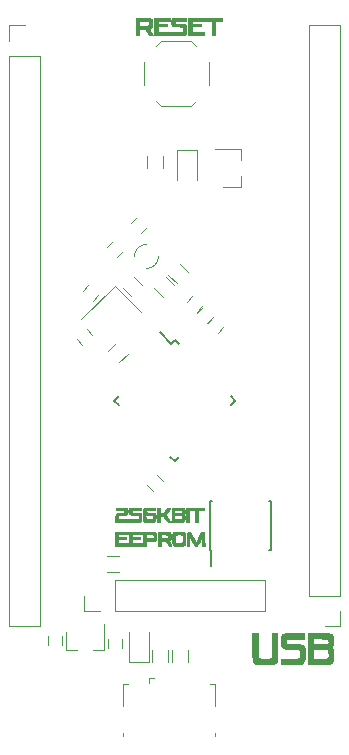
<source format=gbr>
G04 #@! TF.GenerationSoftware,KiCad,Pcbnew,(5.0.0)*
G04 #@! TF.CreationDate,2018-12-13T18:38:50+00:00*
G04 #@! TF.ProjectId,mogo,6D6F676F2E6B696361645F7063620000,rev?*
G04 #@! TF.SameCoordinates,Original*
G04 #@! TF.FileFunction,Legend,Top*
G04 #@! TF.FilePolarity,Positive*
%FSLAX46Y46*%
G04 Gerber Fmt 4.6, Leading zero omitted, Abs format (unit mm)*
G04 Created by KiCad (PCBNEW (5.0.0)) date 12/13/18 18:38:50*
%MOMM*%
%LPD*%
G01*
G04 APERTURE LIST*
%ADD10C,0.120000*%
%ADD11C,0.150000*%
%ADD12C,0.010000*%
G04 APERTURE END LIST*
D10*
G04 #@! TO.C,Y1*
X76186975Y-129968913D02*
X73358548Y-132797340D01*
X78449716Y-132231654D02*
X76186975Y-129968913D01*
D11*
G04 #@! TO.C,U2*
X80961802Y-134891674D02*
X79989530Y-133919402D01*
X86406524Y-139700000D02*
X86035293Y-139328769D01*
X81280000Y-144826524D02*
X80908769Y-144455293D01*
X76153476Y-139700000D02*
X76524707Y-140071231D01*
X81280000Y-134573476D02*
X81651231Y-134944707D01*
X76153476Y-139700000D02*
X76524707Y-139328769D01*
X81280000Y-144826524D02*
X81651231Y-144455293D01*
X86406524Y-139700000D02*
X86035293Y-140071231D01*
X81280000Y-134573476D02*
X80961802Y-134891674D01*
D10*
G04 #@! TO.C,J3*
X95310000Y-107890000D02*
X92650000Y-107890000D01*
X95310000Y-156210000D02*
X95310000Y-107890000D01*
X92650000Y-156210000D02*
X92650000Y-107890000D01*
X95310000Y-156210000D02*
X92650000Y-156210000D01*
X95310000Y-157480000D02*
X95310000Y-158810000D01*
X95310000Y-158810000D02*
X93980000Y-158810000D01*
G04 #@! TO.C,C1*
X74817421Y-130755107D02*
X74322447Y-131250081D01*
X73473919Y-130401553D02*
X73968893Y-129906579D01*
G04 #@! TO.C,C2*
X73814447Y-133671919D02*
X74309421Y-134166893D01*
X73460893Y-135015421D02*
X72965919Y-134520447D01*
G04 #@! TO.C,C3*
X75528249Y-126696223D02*
X76023223Y-126201249D01*
X76871751Y-127049777D02*
X76376777Y-127544751D01*
G04 #@! TO.C,C4*
X77572249Y-124664223D02*
X78067223Y-124169249D01*
X78915751Y-125017777D02*
X78420777Y-125512751D01*
G04 #@! TO.C,C5*
X83625081Y-131726447D02*
X83130107Y-132221421D01*
X82281579Y-131372893D02*
X82776553Y-130877919D01*
G04 #@! TO.C,C6*
X83170579Y-132261893D02*
X83665553Y-131766919D01*
X84514081Y-132615447D02*
X84019107Y-133110421D01*
G04 #@! TO.C,C7*
X75600000Y-160624000D02*
X75600000Y-159924000D01*
X76800000Y-159924000D02*
X76800000Y-160624000D01*
G04 #@! TO.C,C8*
X85403081Y-133504447D02*
X84908107Y-133999421D01*
X84059579Y-133150893D02*
X84554553Y-132655919D01*
G04 #@! TO.C,C9*
X79805777Y-145990919D02*
X80300751Y-146485893D01*
X79452223Y-147334421D02*
X78957249Y-146839447D01*
G04 #@! TO.C,C10*
X70520000Y-160370000D02*
X70520000Y-159670000D01*
X71720000Y-159670000D02*
X71720000Y-160370000D01*
G04 #@! TO.C,D1*
X77382000Y-161858000D02*
X79082000Y-161858000D01*
X79082000Y-161858000D02*
X79082000Y-159308000D01*
X77382000Y-161858000D02*
X77382000Y-159308000D01*
G04 #@! TO.C,D2*
X83146000Y-118471999D02*
X83146000Y-121021999D01*
X81446000Y-118471999D02*
X81446000Y-121021999D01*
X83146000Y-118471999D02*
X81446000Y-118471999D01*
G04 #@! TO.C,J1*
X79080000Y-163170000D02*
X79080000Y-163620000D01*
X79080000Y-163170000D02*
X79530000Y-163170000D01*
X84680000Y-163720000D02*
X84230000Y-163720000D01*
X84680000Y-165570000D02*
X84680000Y-163720000D01*
X76880000Y-168120000D02*
X76880000Y-167870000D01*
X84680000Y-168120000D02*
X84680000Y-167870000D01*
X76880000Y-165570000D02*
X76880000Y-163720000D01*
X76880000Y-163720000D02*
X77330000Y-163720000D01*
G04 #@! TO.C,J4*
X67250000Y-107890000D02*
X68580000Y-107890000D01*
X67250000Y-109220000D02*
X67250000Y-107890000D01*
X67250000Y-110490000D02*
X69910000Y-110490000D01*
X69910000Y-110490000D02*
X69910000Y-158810000D01*
X67250000Y-110490000D02*
X67250000Y-158810000D01*
X67250000Y-158810000D02*
X69910000Y-158810000D01*
G04 #@! TO.C,Q1*
X86866000Y-121595000D02*
X86866000Y-120665000D01*
X86866000Y-118435000D02*
X86866000Y-119365000D01*
X86866000Y-118435000D02*
X84706000Y-118435000D01*
X86866000Y-121595000D02*
X85406000Y-121595000D01*
G04 #@! TO.C,R1*
X77574391Y-130882386D02*
X76867284Y-130175279D01*
X77828949Y-129213614D02*
X78536056Y-129920721D01*
G04 #@! TO.C,R2*
X75619614Y-135508721D02*
X76326721Y-134801614D01*
X77288386Y-135763279D02*
X76581279Y-136470386D01*
G04 #@! TO.C,R3*
X81050000Y-161790000D02*
X81050000Y-160790000D01*
X82410000Y-160790000D02*
X82410000Y-161790000D01*
G04 #@! TO.C,R4*
X80690000Y-160790000D02*
X80690000Y-161790000D01*
X79330000Y-161790000D02*
X79330000Y-160790000D01*
G04 #@! TO.C,R5*
X80518279Y-129235944D02*
X81225386Y-129943051D01*
X80263721Y-130904716D02*
X79556614Y-130197609D01*
G04 #@! TO.C,R6*
X81429051Y-129761716D02*
X80721944Y-129054609D01*
X81683609Y-128092944D02*
X82390716Y-128800051D01*
G04 #@! TO.C,R7*
X75573000Y-152863000D02*
X76573000Y-152863000D01*
X76573000Y-154223000D02*
X75573000Y-154223000D01*
G04 #@! TO.C,R8*
X78949000Y-120019000D02*
X78949000Y-119019000D01*
X80309000Y-119019000D02*
X80309000Y-120019000D01*
D11*
G04 #@! TO.C,U1*
X84343000Y-152316000D02*
X84343000Y-153716000D01*
X89443000Y-152316000D02*
X89443000Y-148166000D01*
X84293000Y-152316000D02*
X84293000Y-148166000D01*
X89443000Y-152316000D02*
X89298000Y-152316000D01*
X89443000Y-148166000D02*
X89298000Y-148166000D01*
X84293000Y-148166000D02*
X84438000Y-148166000D01*
X84293000Y-152316000D02*
X84343000Y-152316000D01*
D10*
G04 #@! TO.C,U3*
X72096000Y-160780000D02*
X72096000Y-159320000D01*
X75256000Y-160780000D02*
X75256000Y-158620000D01*
X75256000Y-160780000D02*
X74326000Y-160780000D01*
X72096000Y-160780000D02*
X73026000Y-160780000D01*
G04 #@! TO.C,Y2*
X79914665Y-127451207D02*
G75*
G02X78853975Y-128510975I-1025335J-34463D01*
G01*
X78923793Y-126460335D02*
G75*
G03X77864025Y-127521025I-34463J-1025335D01*
G01*
G04 #@! TO.C,SW1*
X83107000Y-109714000D02*
X82657000Y-109264000D01*
X79707000Y-109714000D02*
X80157000Y-109264000D01*
X79707000Y-114314000D02*
X80157000Y-114764000D01*
X83107000Y-114314000D02*
X82657000Y-114764000D01*
X78657000Y-113014000D02*
X78657000Y-111014000D01*
X82657000Y-109264000D02*
X80157000Y-109264000D01*
X84157000Y-113014000D02*
X84157000Y-111014000D01*
X82657000Y-114764000D02*
X80157000Y-114764000D01*
G04 #@! TO.C,J2*
X88960000Y-157540000D02*
X88960000Y-154880000D01*
X76200000Y-157540000D02*
X88960000Y-157540000D01*
X76200000Y-154880000D02*
X88960000Y-154880000D01*
X76200000Y-157540000D02*
X76200000Y-154880000D01*
X74930000Y-157540000D02*
X73600000Y-157540000D01*
X73600000Y-157540000D02*
X73600000Y-156210000D01*
D12*
G04 #@! TO.C,G\002A\002A\002A*
G36*
X85263534Y-107543032D02*
X84690602Y-107543032D01*
X84690602Y-108752556D01*
X84568588Y-108752556D01*
X84484475Y-108747471D01*
X84430632Y-108734890D01*
X84425355Y-108731336D01*
X84418609Y-108694181D01*
X84412748Y-108603810D01*
X84408138Y-108470661D01*
X84405146Y-108305176D01*
X84404135Y-108126574D01*
X84404135Y-107543032D01*
X83863033Y-107543032D01*
X83863033Y-107288396D01*
X85263534Y-107288396D01*
X85263534Y-107543032D01*
X85263534Y-107543032D01*
G37*
X85263534Y-107543032D02*
X84690602Y-107543032D01*
X84690602Y-108752556D01*
X84568588Y-108752556D01*
X84484475Y-108747471D01*
X84430632Y-108734890D01*
X84425355Y-108731336D01*
X84418609Y-108694181D01*
X84412748Y-108603810D01*
X84408138Y-108470661D01*
X84405146Y-108305176D01*
X84404135Y-108126574D01*
X84404135Y-107543032D01*
X83863033Y-107543032D01*
X83863033Y-107288396D01*
X85263534Y-107288396D01*
X85263534Y-107543032D01*
G36*
X83735714Y-107543032D02*
X82717168Y-107543032D01*
X82717168Y-107797669D01*
X83544737Y-107797669D01*
X83544737Y-108020476D01*
X82717168Y-108020476D01*
X82717168Y-108466090D01*
X83735714Y-108466090D01*
X83735714Y-108752556D01*
X82430702Y-108752556D01*
X82430702Y-107288396D01*
X83735714Y-107288396D01*
X83735714Y-107543032D01*
X83735714Y-107543032D01*
G37*
X83735714Y-107543032D02*
X82717168Y-107543032D01*
X82717168Y-107797669D01*
X83544737Y-107797669D01*
X83544737Y-108020476D01*
X82717168Y-108020476D01*
X82717168Y-108466090D01*
X83735714Y-108466090D01*
X83735714Y-108752556D01*
X82430702Y-108752556D01*
X82430702Y-107288396D01*
X83735714Y-107288396D01*
X83735714Y-107543032D01*
G36*
X82239724Y-107541374D02*
X81754323Y-107550160D01*
X81268922Y-107558947D01*
X81268922Y-107781754D01*
X81682707Y-107798540D01*
X81842899Y-107806825D01*
X81983284Y-107817400D01*
X82089848Y-107828977D01*
X82148573Y-107840270D01*
X82151902Y-107841621D01*
X82208077Y-107901533D01*
X82247062Y-108014729D01*
X82266934Y-108172690D01*
X82266696Y-108349953D01*
X82256618Y-108483803D01*
X82239675Y-108571689D01*
X82211149Y-108631271D01*
X82182614Y-108664745D01*
X82153837Y-108690462D01*
X82119908Y-108709433D01*
X82071014Y-108722906D01*
X81997341Y-108732128D01*
X81889074Y-108738347D01*
X81736398Y-108742811D01*
X81538670Y-108746608D01*
X80966541Y-108756574D01*
X80966541Y-108467706D01*
X81467857Y-108458941D01*
X81969173Y-108450175D01*
X81978883Y-108280486D01*
X81982056Y-108181112D01*
X81972252Y-108110936D01*
X81940345Y-108064868D01*
X81877206Y-108037818D01*
X81773710Y-108024698D01*
X81620729Y-108020418D01*
X81511704Y-108019988D01*
X81356131Y-108018034D01*
X81222749Y-108013054D01*
X81124984Y-108005782D01*
X81076257Y-107996951D01*
X81074753Y-107996116D01*
X81010921Y-107916409D01*
X80974678Y-107783554D01*
X80966541Y-107654436D01*
X80981436Y-107485561D01*
X81025076Y-107366183D01*
X81074753Y-107312755D01*
X81116640Y-107305160D01*
X81211217Y-107298539D01*
X81347518Y-107293329D01*
X81514574Y-107289966D01*
X81674749Y-107288883D01*
X82239724Y-107288396D01*
X82239724Y-107541374D01*
X82239724Y-107541374D01*
G37*
X82239724Y-107541374D02*
X81754323Y-107550160D01*
X81268922Y-107558947D01*
X81268922Y-107781754D01*
X81682707Y-107798540D01*
X81842899Y-107806825D01*
X81983284Y-107817400D01*
X82089848Y-107828977D01*
X82148573Y-107840270D01*
X82151902Y-107841621D01*
X82208077Y-107901533D01*
X82247062Y-108014729D01*
X82266934Y-108172690D01*
X82266696Y-108349953D01*
X82256618Y-108483803D01*
X82239675Y-108571689D01*
X82211149Y-108631271D01*
X82182614Y-108664745D01*
X82153837Y-108690462D01*
X82119908Y-108709433D01*
X82071014Y-108722906D01*
X81997341Y-108732128D01*
X81889074Y-108738347D01*
X81736398Y-108742811D01*
X81538670Y-108746608D01*
X80966541Y-108756574D01*
X80966541Y-108467706D01*
X81467857Y-108458941D01*
X81969173Y-108450175D01*
X81978883Y-108280486D01*
X81982056Y-108181112D01*
X81972252Y-108110936D01*
X81940345Y-108064868D01*
X81877206Y-108037818D01*
X81773710Y-108024698D01*
X81620729Y-108020418D01*
X81511704Y-108019988D01*
X81356131Y-108018034D01*
X81222749Y-108013054D01*
X81124984Y-108005782D01*
X81076257Y-107996951D01*
X81074753Y-107996116D01*
X81010921Y-107916409D01*
X80974678Y-107783554D01*
X80966541Y-107654436D01*
X80981436Y-107485561D01*
X81025076Y-107366183D01*
X81074753Y-107312755D01*
X81116640Y-107305160D01*
X81211217Y-107298539D01*
X81347518Y-107293329D01*
X81514574Y-107289966D01*
X81674749Y-107288883D01*
X82239724Y-107288396D01*
X82239724Y-107541374D01*
G36*
X80839223Y-107543032D02*
X79820677Y-107543032D01*
X79820677Y-107797669D01*
X80616416Y-107797669D01*
X80616416Y-108020476D01*
X79820677Y-108020476D01*
X79820677Y-108466090D01*
X80839223Y-108466090D01*
X80839223Y-108752556D01*
X79534211Y-108752556D01*
X79534211Y-107288396D01*
X80839223Y-107288396D01*
X80839223Y-107543032D01*
X80839223Y-107543032D01*
G37*
X80839223Y-107543032D02*
X79820677Y-107543032D01*
X79820677Y-107797669D01*
X80616416Y-107797669D01*
X80616416Y-108020476D01*
X79820677Y-108020476D01*
X79820677Y-108466090D01*
X80839223Y-108466090D01*
X80839223Y-108752556D01*
X79534211Y-108752556D01*
X79534211Y-107288396D01*
X80839223Y-107288396D01*
X80839223Y-107543032D01*
G36*
X78824217Y-107288513D02*
X79002288Y-107291886D01*
X79132327Y-107303047D01*
X79222138Y-107326526D01*
X79279529Y-107366856D01*
X79312306Y-107428567D01*
X79328276Y-107516190D01*
X79335245Y-107634258D01*
X79338391Y-107722634D01*
X79349464Y-108022997D01*
X79232031Y-108133751D01*
X79114598Y-108244504D01*
X79260745Y-108478987D01*
X79326568Y-108586703D01*
X79377001Y-108673248D01*
X79404240Y-108725053D01*
X79406892Y-108733013D01*
X79378271Y-108744229D01*
X79305193Y-108751298D01*
X79249912Y-108752556D01*
X79092932Y-108752556D01*
X78939574Y-108482895D01*
X78786216Y-108213235D01*
X78261028Y-108211453D01*
X78261028Y-108752556D01*
X77974561Y-108752556D01*
X77974561Y-107956817D01*
X78261028Y-107956817D01*
X78641104Y-107956817D01*
X78832839Y-107953734D01*
X78962722Y-107944392D01*
X79032266Y-107928651D01*
X79044279Y-107919443D01*
X79063586Y-107853327D01*
X79068007Y-107760100D01*
X79059144Y-107665004D01*
X79038596Y-107593284D01*
X79022285Y-107572549D01*
X78973584Y-107561007D01*
X78876157Y-107551611D01*
X78744928Y-107545434D01*
X78619110Y-107543519D01*
X78261028Y-107543032D01*
X78261028Y-107956817D01*
X77974561Y-107956817D01*
X77974561Y-107288396D01*
X78590305Y-107288396D01*
X78824217Y-107288513D01*
X78824217Y-107288513D01*
G37*
X78824217Y-107288513D02*
X79002288Y-107291886D01*
X79132327Y-107303047D01*
X79222138Y-107326526D01*
X79279529Y-107366856D01*
X79312306Y-107428567D01*
X79328276Y-107516190D01*
X79335245Y-107634258D01*
X79338391Y-107722634D01*
X79349464Y-108022997D01*
X79232031Y-108133751D01*
X79114598Y-108244504D01*
X79260745Y-108478987D01*
X79326568Y-108586703D01*
X79377001Y-108673248D01*
X79404240Y-108725053D01*
X79406892Y-108733013D01*
X79378271Y-108744229D01*
X79305193Y-108751298D01*
X79249912Y-108752556D01*
X79092932Y-108752556D01*
X78939574Y-108482895D01*
X78786216Y-108213235D01*
X78261028Y-108211453D01*
X78261028Y-108752556D01*
X77974561Y-108752556D01*
X77974561Y-107956817D01*
X78261028Y-107956817D01*
X78641104Y-107956817D01*
X78832839Y-107953734D01*
X78962722Y-107944392D01*
X79032266Y-107928651D01*
X79044279Y-107919443D01*
X79063586Y-107853327D01*
X79068007Y-107760100D01*
X79059144Y-107665004D01*
X79038596Y-107593284D01*
X79022285Y-107572549D01*
X78973584Y-107561007D01*
X78876157Y-107551611D01*
X78744928Y-107545434D01*
X78619110Y-107543519D01*
X78261028Y-107543032D01*
X78261028Y-107956817D01*
X77974561Y-107956817D01*
X77974561Y-107288396D01*
X78590305Y-107288396D01*
X78824217Y-107288513D01*
G36*
X83735714Y-148985137D02*
X83255158Y-148985137D01*
X83264672Y-149478542D01*
X83274186Y-149971946D01*
X83035464Y-149971854D01*
X83035464Y-148985137D01*
X82589850Y-148985137D01*
X82589850Y-148762330D01*
X83735714Y-148762330D01*
X83735714Y-148985137D01*
X83735714Y-148985137D01*
G37*
X83735714Y-148985137D02*
X83255158Y-148985137D01*
X83264672Y-149478542D01*
X83274186Y-149971946D01*
X83035464Y-149971854D01*
X83035464Y-148985137D01*
X82589850Y-148985137D01*
X82589850Y-148762330D01*
X83735714Y-148762330D01*
X83735714Y-148985137D01*
G36*
X82494361Y-149971854D02*
X82271554Y-149971854D01*
X82271554Y-148762330D01*
X82494361Y-148762330D01*
X82494361Y-149971854D01*
X82494361Y-149971854D01*
G37*
X82494361Y-149971854D02*
X82271554Y-149971854D01*
X82271554Y-148762330D01*
X82494361Y-148762330D01*
X82494361Y-149971854D01*
G36*
X81708963Y-148762756D02*
X81842848Y-148764933D01*
X81933744Y-148770212D01*
X81991986Y-148779945D01*
X82027908Y-148795483D01*
X82051844Y-148818177D01*
X82062857Y-148833072D01*
X82090039Y-148900925D01*
X82106877Y-148998428D01*
X82112460Y-149103770D01*
X82105879Y-149195144D01*
X82086224Y-149250740D01*
X82080490Y-149255742D01*
X82065890Y-149298015D01*
X82080490Y-149335102D01*
X82096581Y-149396046D01*
X82108049Y-149498416D01*
X82112406Y-149619636D01*
X82110268Y-149741904D01*
X82098239Y-149832006D01*
X82067895Y-149894849D01*
X82010811Y-149935338D01*
X81918563Y-149958379D01*
X81782728Y-149968880D01*
X81594880Y-149971746D01*
X81507644Y-149971854D01*
X81030201Y-149971854D01*
X81030201Y-149751352D01*
X81253008Y-149751352D01*
X81873684Y-149733132D01*
X81883585Y-149577064D01*
X81881293Y-149458552D01*
X81855989Y-149397674D01*
X81851755Y-149394531D01*
X81802462Y-149382493D01*
X81706945Y-149373195D01*
X81582626Y-149368105D01*
X81531516Y-149367580D01*
X81253008Y-149367092D01*
X81253008Y-149751352D01*
X81030201Y-149751352D01*
X81030201Y-148985137D01*
X81253008Y-148985137D01*
X81253008Y-149176115D01*
X81889599Y-149176115D01*
X81889599Y-148985137D01*
X81253008Y-148985137D01*
X81030201Y-148985137D01*
X81030201Y-148762330D01*
X81521754Y-148762330D01*
X81708963Y-148762756D01*
X81708963Y-148762756D01*
G37*
X81708963Y-148762756D02*
X81842848Y-148764933D01*
X81933744Y-148770212D01*
X81991986Y-148779945D01*
X82027908Y-148795483D01*
X82051844Y-148818177D01*
X82062857Y-148833072D01*
X82090039Y-148900925D01*
X82106877Y-148998428D01*
X82112460Y-149103770D01*
X82105879Y-149195144D01*
X82086224Y-149250740D01*
X82080490Y-149255742D01*
X82065890Y-149298015D01*
X82080490Y-149335102D01*
X82096581Y-149396046D01*
X82108049Y-149498416D01*
X82112406Y-149619636D01*
X82110268Y-149741904D01*
X82098239Y-149832006D01*
X82067895Y-149894849D01*
X82010811Y-149935338D01*
X81918563Y-149958379D01*
X81782728Y-149968880D01*
X81594880Y-149971746D01*
X81507644Y-149971854D01*
X81030201Y-149971854D01*
X81030201Y-149751352D01*
X81253008Y-149751352D01*
X81873684Y-149733132D01*
X81883585Y-149577064D01*
X81881293Y-149458552D01*
X81855989Y-149397674D01*
X81851755Y-149394531D01*
X81802462Y-149382493D01*
X81706945Y-149373195D01*
X81582626Y-149368105D01*
X81531516Y-149367580D01*
X81253008Y-149367092D01*
X81253008Y-149751352D01*
X81030201Y-149751352D01*
X81030201Y-148985137D01*
X81253008Y-148985137D01*
X81253008Y-149176115D01*
X81889599Y-149176115D01*
X81889599Y-148985137D01*
X81253008Y-148985137D01*
X81030201Y-148985137D01*
X81030201Y-148762330D01*
X81521754Y-148762330D01*
X81708963Y-148762756D01*
G36*
X80011654Y-149239774D02*
X80153741Y-149239774D01*
X80221471Y-149237649D01*
X80272871Y-149224919D01*
X80320982Y-149192049D01*
X80378845Y-149129503D01*
X80459502Y-149027746D01*
X80479994Y-149001231D01*
X80568283Y-148889297D01*
X80631295Y-148819114D01*
X80681306Y-148781026D01*
X80730590Y-148765380D01*
X80783521Y-148762509D01*
X80871669Y-148771779D01*
X80900423Y-148801329D01*
X80871391Y-148853234D01*
X80861735Y-148863503D01*
X80816559Y-148917036D01*
X80753568Y-149000615D01*
X80682912Y-149099562D01*
X80614739Y-149199199D01*
X80559197Y-149284846D01*
X80526435Y-149341827D01*
X80521769Y-149355220D01*
X80540335Y-149390553D01*
X80589890Y-149464426D01*
X80662328Y-149565143D01*
X80728544Y-149653558D01*
X80812914Y-149766495D01*
X80880579Y-149861056D01*
X80923489Y-149925737D01*
X80934594Y-149947982D01*
X80906407Y-149962896D01*
X80835802Y-149971225D01*
X80806610Y-149971854D01*
X80747677Y-149969448D01*
X80700934Y-149956059D01*
X80655266Y-149922428D01*
X80599558Y-149859300D01*
X80522696Y-149757415D01*
X80481768Y-149701303D01*
X80393185Y-149580797D01*
X80330457Y-149502733D01*
X80282232Y-149457901D01*
X80237156Y-149437087D01*
X80183879Y-149431081D01*
X80148341Y-149430751D01*
X80011654Y-149430751D01*
X80011654Y-149971854D01*
X79788847Y-149971854D01*
X79788847Y-148762330D01*
X80011654Y-148762330D01*
X80011654Y-149239774D01*
X80011654Y-149239774D01*
G37*
X80011654Y-149239774D02*
X80153741Y-149239774D01*
X80221471Y-149237649D01*
X80272871Y-149224919D01*
X80320982Y-149192049D01*
X80378845Y-149129503D01*
X80459502Y-149027746D01*
X80479994Y-149001231D01*
X80568283Y-148889297D01*
X80631295Y-148819114D01*
X80681306Y-148781026D01*
X80730590Y-148765380D01*
X80783521Y-148762509D01*
X80871669Y-148771779D01*
X80900423Y-148801329D01*
X80871391Y-148853234D01*
X80861735Y-148863503D01*
X80816559Y-148917036D01*
X80753568Y-149000615D01*
X80682912Y-149099562D01*
X80614739Y-149199199D01*
X80559197Y-149284846D01*
X80526435Y-149341827D01*
X80521769Y-149355220D01*
X80540335Y-149390553D01*
X80589890Y-149464426D01*
X80662328Y-149565143D01*
X80728544Y-149653558D01*
X80812914Y-149766495D01*
X80880579Y-149861056D01*
X80923489Y-149925737D01*
X80934594Y-149947982D01*
X80906407Y-149962896D01*
X80835802Y-149971225D01*
X80806610Y-149971854D01*
X80747677Y-149969448D01*
X80700934Y-149956059D01*
X80655266Y-149922428D01*
X80599558Y-149859300D01*
X80522696Y-149757415D01*
X80481768Y-149701303D01*
X80393185Y-149580797D01*
X80330457Y-149502733D01*
X80282232Y-149457901D01*
X80237156Y-149437087D01*
X80183879Y-149431081D01*
X80148341Y-149430751D01*
X80011654Y-149430751D01*
X80011654Y-149971854D01*
X79788847Y-149971854D01*
X79788847Y-148762330D01*
X80011654Y-148762330D01*
X80011654Y-149239774D01*
G36*
X79566040Y-148985137D02*
X79203405Y-148985137D01*
X79042123Y-148986517D01*
X78933755Y-148991595D01*
X78867598Y-149001782D01*
X78832949Y-149018491D01*
X78821451Y-149035485D01*
X78802398Y-149094362D01*
X78804715Y-149134025D01*
X78837323Y-149158252D01*
X78909148Y-149170819D01*
X79029110Y-149175503D01*
X79153703Y-149176115D01*
X79308768Y-149176944D01*
X79413996Y-149181164D01*
X79483202Y-149191373D01*
X79530204Y-149210168D01*
X79568818Y-149240148D01*
X79586688Y-149257529D01*
X79627656Y-149303493D01*
X79650923Y-149351140D01*
X79660274Y-149418334D01*
X79659489Y-149522942D01*
X79656770Y-149588495D01*
X79647835Y-149730797D01*
X79629717Y-149832677D01*
X79593000Y-149900879D01*
X79528264Y-149942150D01*
X79426094Y-149963236D01*
X79277072Y-149970881D01*
X79121577Y-149971854D01*
X78932900Y-149969575D01*
X78798898Y-149962164D01*
X78710730Y-149948764D01*
X78659556Y-149928516D01*
X78657024Y-149926742D01*
X78633259Y-149904000D01*
X78616034Y-149869149D01*
X78603994Y-149812048D01*
X78595786Y-149722554D01*
X78590054Y-149590525D01*
X78585446Y-149405820D01*
X78585072Y-149387848D01*
X78584659Y-149367092D01*
X78802130Y-149367092D01*
X78802130Y-149507722D01*
X78804473Y-149617245D01*
X78819247Y-149687315D01*
X78858071Y-149726741D01*
X78932564Y-149744331D01*
X79054344Y-149748895D01*
X79120426Y-149749047D01*
X79260665Y-149746871D01*
X79349307Y-149739002D01*
X79398305Y-149723426D01*
X79419402Y-149698700D01*
X79432921Y-149632528D01*
X79438718Y-149542784D01*
X79438722Y-149540672D01*
X79429013Y-149465788D01*
X79393467Y-149415395D01*
X79322450Y-149385090D01*
X79206330Y-149370473D01*
X79058860Y-149367092D01*
X78802130Y-149367092D01*
X78584659Y-149367092D01*
X78580803Y-149173715D01*
X78582923Y-149014964D01*
X78598723Y-148903325D01*
X78635490Y-148830527D01*
X78700515Y-148788299D01*
X78801086Y-148768371D01*
X78944491Y-148762471D01*
X79136341Y-148762330D01*
X79566040Y-148762330D01*
X79566040Y-148985137D01*
X79566040Y-148985137D01*
G37*
X79566040Y-148985137D02*
X79203405Y-148985137D01*
X79042123Y-148986517D01*
X78933755Y-148991595D01*
X78867598Y-149001782D01*
X78832949Y-149018491D01*
X78821451Y-149035485D01*
X78802398Y-149094362D01*
X78804715Y-149134025D01*
X78837323Y-149158252D01*
X78909148Y-149170819D01*
X79029110Y-149175503D01*
X79153703Y-149176115D01*
X79308768Y-149176944D01*
X79413996Y-149181164D01*
X79483202Y-149191373D01*
X79530204Y-149210168D01*
X79568818Y-149240148D01*
X79586688Y-149257529D01*
X79627656Y-149303493D01*
X79650923Y-149351140D01*
X79660274Y-149418334D01*
X79659489Y-149522942D01*
X79656770Y-149588495D01*
X79647835Y-149730797D01*
X79629717Y-149832677D01*
X79593000Y-149900879D01*
X79528264Y-149942150D01*
X79426094Y-149963236D01*
X79277072Y-149970881D01*
X79121577Y-149971854D01*
X78932900Y-149969575D01*
X78798898Y-149962164D01*
X78710730Y-149948764D01*
X78659556Y-149928516D01*
X78657024Y-149926742D01*
X78633259Y-149904000D01*
X78616034Y-149869149D01*
X78603994Y-149812048D01*
X78595786Y-149722554D01*
X78590054Y-149590525D01*
X78585446Y-149405820D01*
X78585072Y-149387848D01*
X78584659Y-149367092D01*
X78802130Y-149367092D01*
X78802130Y-149507722D01*
X78804473Y-149617245D01*
X78819247Y-149687315D01*
X78858071Y-149726741D01*
X78932564Y-149744331D01*
X79054344Y-149748895D01*
X79120426Y-149749047D01*
X79260665Y-149746871D01*
X79349307Y-149739002D01*
X79398305Y-149723426D01*
X79419402Y-149698700D01*
X79432921Y-149632528D01*
X79438718Y-149542784D01*
X79438722Y-149540672D01*
X79429013Y-149465788D01*
X79393467Y-149415395D01*
X79322450Y-149385090D01*
X79206330Y-149370473D01*
X79058860Y-149367092D01*
X78802130Y-149367092D01*
X78584659Y-149367092D01*
X78580803Y-149173715D01*
X78582923Y-149014964D01*
X78598723Y-148903325D01*
X78635490Y-148830527D01*
X78700515Y-148788299D01*
X78801086Y-148768371D01*
X78944491Y-148762471D01*
X79136341Y-148762330D01*
X79566040Y-148762330D01*
X79566040Y-148985137D01*
G36*
X78452005Y-148985137D02*
X77624436Y-148985137D01*
X77624436Y-149176115D01*
X78452005Y-149176115D01*
X78452005Y-149495857D01*
X78450866Y-149643516D01*
X78445522Y-149742257D01*
X78433080Y-149806811D01*
X78410647Y-149851905D01*
X78375332Y-149892270D01*
X78373878Y-149893727D01*
X78340161Y-149924659D01*
X78303752Y-149946123D01*
X78253046Y-149959846D01*
X78176435Y-149967555D01*
X78062312Y-149970976D01*
X77899069Y-149971837D01*
X77848690Y-149971854D01*
X77401629Y-149971854D01*
X77401629Y-149749047D01*
X77777218Y-149749047D01*
X77974673Y-149745479D01*
X78109764Y-149734798D01*
X78182095Y-149717042D01*
X78191003Y-149710852D01*
X78213706Y-149658027D01*
X78227387Y-149568074D01*
X78229198Y-149519874D01*
X78229198Y-149367092D01*
X77864963Y-149367092D01*
X77684726Y-149364744D01*
X77558513Y-149352545D01*
X77476720Y-149322764D01*
X77429749Y-149267668D01*
X77407997Y-149179526D01*
X77401863Y-149050606D01*
X77401629Y-148993970D01*
X77401629Y-148762330D01*
X78452005Y-148762330D01*
X78452005Y-148985137D01*
X78452005Y-148985137D01*
G37*
X78452005Y-148985137D02*
X77624436Y-148985137D01*
X77624436Y-149176115D01*
X78452005Y-149176115D01*
X78452005Y-149495857D01*
X78450866Y-149643516D01*
X78445522Y-149742257D01*
X78433080Y-149806811D01*
X78410647Y-149851905D01*
X78375332Y-149892270D01*
X78373878Y-149893727D01*
X78340161Y-149924659D01*
X78303752Y-149946123D01*
X78253046Y-149959846D01*
X78176435Y-149967555D01*
X78062312Y-149970976D01*
X77899069Y-149971837D01*
X77848690Y-149971854D01*
X77401629Y-149971854D01*
X77401629Y-149749047D01*
X77777218Y-149749047D01*
X77974673Y-149745479D01*
X78109764Y-149734798D01*
X78182095Y-149717042D01*
X78191003Y-149710852D01*
X78213706Y-149658027D01*
X78227387Y-149568074D01*
X78229198Y-149519874D01*
X78229198Y-149367092D01*
X77864963Y-149367092D01*
X77684726Y-149364744D01*
X77558513Y-149352545D01*
X77476720Y-149322764D01*
X77429749Y-149267668D01*
X77407997Y-149179526D01*
X77401863Y-149050606D01*
X77401629Y-148993970D01*
X77401629Y-148762330D01*
X78452005Y-148762330D01*
X78452005Y-148985137D01*
G36*
X76916917Y-148763680D02*
X77049274Y-148768390D01*
X77137994Y-148777449D01*
X77193066Y-148791847D01*
X77223043Y-148811098D01*
X77271584Y-148894991D01*
X77296732Y-149011350D01*
X77298381Y-149137799D01*
X77276426Y-149251964D01*
X77230761Y-149331470D01*
X77225523Y-149336129D01*
X77162665Y-149357948D01*
X77043053Y-149369117D01*
X76910490Y-149369943D01*
X76775389Y-149369883D01*
X76655864Y-149374433D01*
X76573209Y-149382662D01*
X76560566Y-149385244D01*
X76512952Y-149402909D01*
X76488490Y-149436775D01*
X76479596Y-149504616D01*
X76478572Y-149577435D01*
X76478572Y-149749047D01*
X77306140Y-149749047D01*
X77306140Y-149971854D01*
X76255765Y-149971854D01*
X76256777Y-149645601D01*
X76258990Y-149468313D01*
X76270755Y-149344619D01*
X76301687Y-149264452D01*
X76361401Y-149217749D01*
X76459516Y-149194444D01*
X76605645Y-149184470D01*
X76700338Y-149181318D01*
X76860174Y-149174587D01*
X76966649Y-149165015D01*
X77030055Y-149150921D01*
X77060680Y-149130620D01*
X77065619Y-149121582D01*
X77074890Y-149067783D01*
X77050255Y-149029529D01*
X76984798Y-149004551D01*
X76871604Y-148990580D01*
X76703755Y-148985347D01*
X76649737Y-148985137D01*
X76287594Y-148985137D01*
X76287594Y-148762330D01*
X76730935Y-148762330D01*
X76916917Y-148763680D01*
X76916917Y-148763680D01*
G37*
X76916917Y-148763680D02*
X77049274Y-148768390D01*
X77137994Y-148777449D01*
X77193066Y-148791847D01*
X77223043Y-148811098D01*
X77271584Y-148894991D01*
X77296732Y-149011350D01*
X77298381Y-149137799D01*
X77276426Y-149251964D01*
X77230761Y-149331470D01*
X77225523Y-149336129D01*
X77162665Y-149357948D01*
X77043053Y-149369117D01*
X76910490Y-149369943D01*
X76775389Y-149369883D01*
X76655864Y-149374433D01*
X76573209Y-149382662D01*
X76560566Y-149385244D01*
X76512952Y-149402909D01*
X76488490Y-149436775D01*
X76479596Y-149504616D01*
X76478572Y-149577435D01*
X76478572Y-149749047D01*
X77306140Y-149749047D01*
X77306140Y-149971854D01*
X76255765Y-149971854D01*
X76256777Y-149645601D01*
X76258990Y-149468313D01*
X76270755Y-149344619D01*
X76301687Y-149264452D01*
X76361401Y-149217749D01*
X76459516Y-149194444D01*
X76605645Y-149184470D01*
X76700338Y-149181318D01*
X76860174Y-149174587D01*
X76966649Y-149165015D01*
X77030055Y-149150921D01*
X77060680Y-149130620D01*
X77065619Y-149121582D01*
X77074890Y-149067783D01*
X77050255Y-149029529D01*
X76984798Y-149004551D01*
X76871604Y-148990580D01*
X76703755Y-148985347D01*
X76649737Y-148985137D01*
X76287594Y-148985137D01*
X76287594Y-148762330D01*
X76730935Y-148762330D01*
X76916917Y-148763680D01*
G36*
X82829866Y-151263934D02*
X83052391Y-151728445D01*
X83496993Y-150799949D01*
X83615234Y-150799686D01*
X83716072Y-150814852D01*
X83763547Y-150855614D01*
X83773695Y-150904935D01*
X83782883Y-151006201D01*
X83790448Y-151147697D01*
X83795727Y-151317711D01*
X83797813Y-151460376D01*
X83802006Y-152008947D01*
X83576567Y-152008947D01*
X83576567Y-151172679D01*
X83382535Y-151566941D01*
X83309175Y-151712450D01*
X83242954Y-151837263D01*
X83190068Y-151930163D01*
X83156715Y-151979938D01*
X83151770Y-151984587D01*
X83094011Y-152002367D01*
X83027540Y-152008459D01*
X82991498Y-152004602D01*
X82958854Y-151986871D01*
X82923623Y-151946690D01*
X82879818Y-151875483D01*
X82821452Y-151764674D01*
X82742538Y-151605687D01*
X82733481Y-151587205D01*
X82526920Y-151165463D01*
X82526555Y-151587205D01*
X82526191Y-152008947D01*
X82436007Y-152008947D01*
X82363109Y-152002130D01*
X82324603Y-151987727D01*
X82315392Y-151947497D01*
X82308891Y-151856706D01*
X82304985Y-151728392D01*
X82303558Y-151575589D01*
X82304493Y-151411335D01*
X82307677Y-151248665D01*
X82312992Y-151100616D01*
X82320323Y-150980224D01*
X82329554Y-150900525D01*
X82334425Y-150881069D01*
X82367159Y-150825580D01*
X82423180Y-150802734D01*
X82486404Y-150799423D01*
X82607340Y-150799423D01*
X82829866Y-151263934D01*
X82829866Y-151263934D01*
G37*
X82829866Y-151263934D02*
X83052391Y-151728445D01*
X83496993Y-150799949D01*
X83615234Y-150799686D01*
X83716072Y-150814852D01*
X83763547Y-150855614D01*
X83773695Y-150904935D01*
X83782883Y-151006201D01*
X83790448Y-151147697D01*
X83795727Y-151317711D01*
X83797813Y-151460376D01*
X83802006Y-152008947D01*
X83576567Y-152008947D01*
X83576567Y-151172679D01*
X83382535Y-151566941D01*
X83309175Y-151712450D01*
X83242954Y-151837263D01*
X83190068Y-151930163D01*
X83156715Y-151979938D01*
X83151770Y-151984587D01*
X83094011Y-152002367D01*
X83027540Y-152008459D01*
X82991498Y-152004602D01*
X82958854Y-151986871D01*
X82923623Y-151946690D01*
X82879818Y-151875483D01*
X82821452Y-151764674D01*
X82742538Y-151605687D01*
X82733481Y-151587205D01*
X82526920Y-151165463D01*
X82526555Y-151587205D01*
X82526191Y-152008947D01*
X82436007Y-152008947D01*
X82363109Y-152002130D01*
X82324603Y-151987727D01*
X82315392Y-151947497D01*
X82308891Y-151856706D01*
X82304985Y-151728392D01*
X82303558Y-151575589D01*
X82304493Y-151411335D01*
X82307677Y-151248665D01*
X82312992Y-151100616D01*
X82320323Y-150980224D01*
X82329554Y-150900525D01*
X82334425Y-150881069D01*
X82367159Y-150825580D01*
X82423180Y-150802734D01*
X82486404Y-150799423D01*
X82607340Y-150799423D01*
X82829866Y-151263934D01*
G36*
X81621671Y-150799423D02*
X81792797Y-150799818D01*
X81911952Y-150802342D01*
X81990825Y-150809002D01*
X82041105Y-150821804D01*
X82074480Y-150842755D01*
X82102638Y-150873864D01*
X82110096Y-150883289D01*
X82136662Y-150922657D01*
X82155012Y-150969429D01*
X82166635Y-151035490D01*
X82173019Y-151132727D01*
X82175654Y-151273024D01*
X82176065Y-151409924D01*
X82175566Y-151586456D01*
X82172901Y-151711014D01*
X82166317Y-151795279D01*
X82154062Y-151850936D01*
X82134384Y-151889668D01*
X82105530Y-151923157D01*
X82097938Y-151930820D01*
X82061085Y-151964147D01*
X82021135Y-151986260D01*
X81964998Y-151999354D01*
X81879586Y-152005627D01*
X81751810Y-152007274D01*
X81644367Y-152006929D01*
X81490055Y-152003912D01*
X81354235Y-151997239D01*
X81252422Y-151987925D01*
X81202368Y-151977998D01*
X81146278Y-151941247D01*
X81106311Y-151877852D01*
X81080703Y-151779564D01*
X81067689Y-151638134D01*
X81066735Y-151553869D01*
X81321418Y-151553869D01*
X81326045Y-151666932D01*
X81338078Y-151733146D01*
X81355322Y-151759203D01*
X81421013Y-151778597D01*
X81525118Y-151787244D01*
X81646684Y-151786028D01*
X81764755Y-151775831D01*
X81858379Y-151757536D01*
X81903240Y-151736122D01*
X81928813Y-151678788D01*
X81946213Y-151578040D01*
X81955296Y-151451917D01*
X81955920Y-151318462D01*
X81947944Y-151195714D01*
X81931225Y-151101715D01*
X81908599Y-151056620D01*
X81848652Y-151036928D01*
X81733638Y-151027790D01*
X81598260Y-151028850D01*
X81332582Y-151038145D01*
X81323493Y-151385692D01*
X81321418Y-151553869D01*
X81066735Y-151553869D01*
X81065505Y-151445311D01*
X81067397Y-151346834D01*
X81073085Y-151148587D01*
X81084456Y-151005080D01*
X81110456Y-150907476D01*
X81160033Y-150846941D01*
X81242132Y-150814637D01*
X81365700Y-150801730D01*
X81539685Y-150799384D01*
X81621671Y-150799423D01*
X81621671Y-150799423D01*
G37*
X81621671Y-150799423D02*
X81792797Y-150799818D01*
X81911952Y-150802342D01*
X81990825Y-150809002D01*
X82041105Y-150821804D01*
X82074480Y-150842755D01*
X82102638Y-150873864D01*
X82110096Y-150883289D01*
X82136662Y-150922657D01*
X82155012Y-150969429D01*
X82166635Y-151035490D01*
X82173019Y-151132727D01*
X82175654Y-151273024D01*
X82176065Y-151409924D01*
X82175566Y-151586456D01*
X82172901Y-151711014D01*
X82166317Y-151795279D01*
X82154062Y-151850936D01*
X82134384Y-151889668D01*
X82105530Y-151923157D01*
X82097938Y-151930820D01*
X82061085Y-151964147D01*
X82021135Y-151986260D01*
X81964998Y-151999354D01*
X81879586Y-152005627D01*
X81751810Y-152007274D01*
X81644367Y-152006929D01*
X81490055Y-152003912D01*
X81354235Y-151997239D01*
X81252422Y-151987925D01*
X81202368Y-151977998D01*
X81146278Y-151941247D01*
X81106311Y-151877852D01*
X81080703Y-151779564D01*
X81067689Y-151638134D01*
X81066735Y-151553869D01*
X81321418Y-151553869D01*
X81326045Y-151666932D01*
X81338078Y-151733146D01*
X81355322Y-151759203D01*
X81421013Y-151778597D01*
X81525118Y-151787244D01*
X81646684Y-151786028D01*
X81764755Y-151775831D01*
X81858379Y-151757536D01*
X81903240Y-151736122D01*
X81928813Y-151678788D01*
X81946213Y-151578040D01*
X81955296Y-151451917D01*
X81955920Y-151318462D01*
X81947944Y-151195714D01*
X81931225Y-151101715D01*
X81908599Y-151056620D01*
X81848652Y-151036928D01*
X81733638Y-151027790D01*
X81598260Y-151028850D01*
X81332582Y-151038145D01*
X81323493Y-151385692D01*
X81321418Y-151553869D01*
X81066735Y-151553869D01*
X81065505Y-151445311D01*
X81067397Y-151346834D01*
X81073085Y-151148587D01*
X81084456Y-151005080D01*
X81110456Y-150907476D01*
X81160033Y-150846941D01*
X81242132Y-150814637D01*
X81365700Y-150801730D01*
X81539685Y-150799384D01*
X81621671Y-150799423D01*
G36*
X80551141Y-150800300D02*
X80703094Y-150806559D01*
X80808453Y-150823643D01*
X80875748Y-150856995D01*
X80913511Y-150912058D01*
X80930276Y-150994273D01*
X80934573Y-151109084D01*
X80934712Y-151176211D01*
X80932700Y-151300322D01*
X80923104Y-151379709D01*
X80900587Y-151433265D01*
X80859810Y-151479886D01*
X80845013Y-151493702D01*
X80755314Y-151575888D01*
X80876843Y-151775927D01*
X80935804Y-151875064D01*
X80978996Y-151951659D01*
X80998092Y-151990880D01*
X80998371Y-151992457D01*
X80970124Y-152002835D01*
X80899656Y-152008557D01*
X80872457Y-152008947D01*
X80808535Y-152006223D01*
X80761985Y-151990545D01*
X80719871Y-151950658D01*
X80669256Y-151875303D01*
X80616416Y-151786140D01*
X80486290Y-151563333D01*
X80075313Y-151563333D01*
X80075313Y-152008947D01*
X79852506Y-152008947D01*
X79852506Y-151342831D01*
X80075313Y-151342831D01*
X80385652Y-151333721D01*
X80695990Y-151324611D01*
X80695990Y-151038145D01*
X80385652Y-151029035D01*
X80075313Y-151019925D01*
X80075313Y-151342831D01*
X79852506Y-151342831D01*
X79852506Y-150799423D01*
X80344060Y-150799423D01*
X80551141Y-150800300D01*
X80551141Y-150800300D01*
G37*
X80551141Y-150800300D02*
X80703094Y-150806559D01*
X80808453Y-150823643D01*
X80875748Y-150856995D01*
X80913511Y-150912058D01*
X80930276Y-150994273D01*
X80934573Y-151109084D01*
X80934712Y-151176211D01*
X80932700Y-151300322D01*
X80923104Y-151379709D01*
X80900587Y-151433265D01*
X80859810Y-151479886D01*
X80845013Y-151493702D01*
X80755314Y-151575888D01*
X80876843Y-151775927D01*
X80935804Y-151875064D01*
X80978996Y-151951659D01*
X80998092Y-151990880D01*
X80998371Y-151992457D01*
X80970124Y-152002835D01*
X80899656Y-152008557D01*
X80872457Y-152008947D01*
X80808535Y-152006223D01*
X80761985Y-151990545D01*
X80719871Y-151950658D01*
X80669256Y-151875303D01*
X80616416Y-151786140D01*
X80486290Y-151563333D01*
X80075313Y-151563333D01*
X80075313Y-152008947D01*
X79852506Y-152008947D01*
X79852506Y-151342831D01*
X80075313Y-151342831D01*
X80385652Y-151333721D01*
X80695990Y-151324611D01*
X80695990Y-151038145D01*
X80385652Y-151029035D01*
X80075313Y-151019925D01*
X80075313Y-151342831D01*
X79852506Y-151342831D01*
X79852506Y-150799423D01*
X80344060Y-150799423D01*
X80551141Y-150800300D01*
G36*
X79309275Y-150800444D02*
X79463996Y-150807025D01*
X79572420Y-150824445D01*
X79643229Y-150857980D01*
X79685105Y-150912909D01*
X79706730Y-150994509D01*
X79716783Y-151108058D01*
X79720103Y-151176664D01*
X79723497Y-151307207D01*
X79717086Y-151393374D01*
X79697554Y-151454117D01*
X79662179Y-151507631D01*
X79631093Y-151544516D01*
X79598419Y-151569239D01*
X79551616Y-151584232D01*
X79478139Y-151591928D01*
X79365445Y-151594761D01*
X79210889Y-151595162D01*
X78828528Y-151595162D01*
X78839201Y-151802121D01*
X78849875Y-152009080D01*
X78730514Y-152009014D01*
X78611153Y-152008947D01*
X78611153Y-151022230D01*
X78833960Y-151022230D01*
X78833960Y-151372355D01*
X79129975Y-151372355D01*
X79292539Y-151367973D01*
X79405835Y-151355350D01*
X79463000Y-151335269D01*
X79464186Y-151334160D01*
X79493661Y-151269454D01*
X79501658Y-151174726D01*
X79485963Y-151080628D01*
X79483061Y-151072578D01*
X79462936Y-151048798D01*
X79416967Y-151033649D01*
X79333760Y-151025417D01*
X79201923Y-151022383D01*
X79148850Y-151022230D01*
X78833960Y-151022230D01*
X78611153Y-151022230D01*
X78611153Y-150799423D01*
X79099578Y-150799423D01*
X79309275Y-150800444D01*
X79309275Y-150800444D01*
G37*
X79309275Y-150800444D02*
X79463996Y-150807025D01*
X79572420Y-150824445D01*
X79643229Y-150857980D01*
X79685105Y-150912909D01*
X79706730Y-150994509D01*
X79716783Y-151108058D01*
X79720103Y-151176664D01*
X79723497Y-151307207D01*
X79717086Y-151393374D01*
X79697554Y-151454117D01*
X79662179Y-151507631D01*
X79631093Y-151544516D01*
X79598419Y-151569239D01*
X79551616Y-151584232D01*
X79478139Y-151591928D01*
X79365445Y-151594761D01*
X79210889Y-151595162D01*
X78828528Y-151595162D01*
X78839201Y-151802121D01*
X78849875Y-152009080D01*
X78730514Y-152009014D01*
X78611153Y-152008947D01*
X78611153Y-151022230D01*
X78833960Y-151022230D01*
X78833960Y-151372355D01*
X79129975Y-151372355D01*
X79292539Y-151367973D01*
X79405835Y-151355350D01*
X79463000Y-151335269D01*
X79464186Y-151334160D01*
X79493661Y-151269454D01*
X79501658Y-151174726D01*
X79485963Y-151080628D01*
X79483061Y-151072578D01*
X79462936Y-151048798D01*
X79416967Y-151033649D01*
X79333760Y-151025417D01*
X79201923Y-151022383D01*
X79148850Y-151022230D01*
X78833960Y-151022230D01*
X78611153Y-151022230D01*
X78611153Y-150799423D01*
X79099578Y-150799423D01*
X79309275Y-150800444D01*
G36*
X78483835Y-151022230D02*
X77688095Y-151022230D01*
X77688095Y-151213208D01*
X78324687Y-151213208D01*
X78324687Y-151404185D01*
X77688095Y-151404185D01*
X77688095Y-151786140D01*
X78483835Y-151786140D01*
X78483835Y-152008947D01*
X77433459Y-152008947D01*
X77433459Y-150799423D01*
X78483835Y-150799423D01*
X78483835Y-151022230D01*
X78483835Y-151022230D01*
G37*
X78483835Y-151022230D02*
X77688095Y-151022230D01*
X77688095Y-151213208D01*
X78324687Y-151213208D01*
X78324687Y-151404185D01*
X77688095Y-151404185D01*
X77688095Y-151786140D01*
X78483835Y-151786140D01*
X78483835Y-152008947D01*
X77433459Y-152008947D01*
X77433459Y-150799423D01*
X78483835Y-150799423D01*
X78483835Y-151022230D01*
G36*
X77306140Y-151022230D02*
X76478572Y-151022230D01*
X76478572Y-151213208D01*
X77146993Y-151213208D01*
X77146993Y-151404185D01*
X76478572Y-151404185D01*
X76478572Y-151786140D01*
X77306140Y-151786140D01*
X77306140Y-152008947D01*
X76255765Y-152008947D01*
X76255765Y-150799423D01*
X77306140Y-150799423D01*
X77306140Y-151022230D01*
X77306140Y-151022230D01*
G37*
X77306140Y-151022230D02*
X76478572Y-151022230D01*
X76478572Y-151213208D01*
X77146993Y-151213208D01*
X77146993Y-151404185D01*
X76478572Y-151404185D01*
X76478572Y-151786140D01*
X77306140Y-151786140D01*
X77306140Y-152008947D01*
X76255765Y-152008947D01*
X76255765Y-150799423D01*
X77306140Y-150799423D01*
X77306140Y-151022230D01*
G36*
X93797584Y-159393584D02*
X94022461Y-159394964D01*
X94198033Y-159398824D01*
X94331477Y-159406442D01*
X94429972Y-159419097D01*
X94500694Y-159438064D01*
X94550821Y-159464621D01*
X94587531Y-159500046D01*
X94617999Y-159545615D01*
X94644890Y-159594275D01*
X94673286Y-159666553D01*
X94690701Y-159765278D01*
X94699012Y-159904640D01*
X94700410Y-160014085D01*
X94698547Y-160170420D01*
X94690555Y-160279853D01*
X94673863Y-160359041D01*
X94645900Y-160424642D01*
X94633715Y-160446224D01*
X94566427Y-160560067D01*
X94633715Y-160652301D01*
X94661280Y-160696659D01*
X94680786Y-160749599D01*
X94694009Y-160823286D01*
X94702727Y-160929886D01*
X94708717Y-161081563D01*
X94711381Y-161183871D01*
X94714667Y-161365220D01*
X94713703Y-161496401D01*
X94707204Y-161590840D01*
X94693883Y-161661959D01*
X94672455Y-161723182D01*
X94656355Y-161758314D01*
X94622525Y-161825287D01*
X94588110Y-161878795D01*
X94545947Y-161920349D01*
X94488874Y-161951460D01*
X94409729Y-161973638D01*
X94301351Y-161988395D01*
X94156577Y-161997242D01*
X93968245Y-162001690D01*
X93729194Y-162003249D01*
X93494525Y-162003433D01*
X92584336Y-162003433D01*
X92584336Y-160730250D01*
X92998120Y-160730250D01*
X92998120Y-161557819D01*
X93586968Y-161557819D01*
X93795652Y-161557372D01*
X93950181Y-161555413D01*
X94060059Y-161551016D01*
X94134786Y-161543252D01*
X94183866Y-161531195D01*
X94216800Y-161513918D01*
X94239474Y-161494160D01*
X94270247Y-161454778D01*
X94289212Y-161401817D01*
X94298968Y-161320430D01*
X94302112Y-161195768D01*
X94302121Y-161136077D01*
X94296082Y-160957274D01*
X94279559Y-160837741D01*
X94258825Y-160785952D01*
X94238155Y-160766437D01*
X94204127Y-160752041D01*
X94147871Y-160742005D01*
X94060515Y-160735571D01*
X93933187Y-160731979D01*
X93757017Y-160730472D01*
X93607331Y-160730250D01*
X92998120Y-160730250D01*
X92584336Y-160730250D01*
X92584336Y-159839022D01*
X92998120Y-159839022D01*
X92998120Y-160316466D01*
X93631000Y-160316466D01*
X93846441Y-160316290D01*
X94006717Y-160315142D01*
X94120323Y-160312088D01*
X94195751Y-160306195D01*
X94241498Y-160296531D01*
X94266055Y-160282163D01*
X94277919Y-160262157D01*
X94283071Y-160244849D01*
X94301444Y-160124807D01*
X94297043Y-160007444D01*
X94271853Y-159916353D01*
X94253115Y-159889040D01*
X94226129Y-159871130D01*
X94180342Y-159857943D01*
X94107030Y-159848808D01*
X93997471Y-159843058D01*
X93842939Y-159840023D01*
X93634712Y-159839035D01*
X93600609Y-159839022D01*
X92998120Y-159839022D01*
X92584336Y-159839022D01*
X92584336Y-159393408D01*
X93516226Y-159393408D01*
X93797584Y-159393584D01*
X93797584Y-159393584D01*
G37*
X93797584Y-159393584D02*
X94022461Y-159394964D01*
X94198033Y-159398824D01*
X94331477Y-159406442D01*
X94429972Y-159419097D01*
X94500694Y-159438064D01*
X94550821Y-159464621D01*
X94587531Y-159500046D01*
X94617999Y-159545615D01*
X94644890Y-159594275D01*
X94673286Y-159666553D01*
X94690701Y-159765278D01*
X94699012Y-159904640D01*
X94700410Y-160014085D01*
X94698547Y-160170420D01*
X94690555Y-160279853D01*
X94673863Y-160359041D01*
X94645900Y-160424642D01*
X94633715Y-160446224D01*
X94566427Y-160560067D01*
X94633715Y-160652301D01*
X94661280Y-160696659D01*
X94680786Y-160749599D01*
X94694009Y-160823286D01*
X94702727Y-160929886D01*
X94708717Y-161081563D01*
X94711381Y-161183871D01*
X94714667Y-161365220D01*
X94713703Y-161496401D01*
X94707204Y-161590840D01*
X94693883Y-161661959D01*
X94672455Y-161723182D01*
X94656355Y-161758314D01*
X94622525Y-161825287D01*
X94588110Y-161878795D01*
X94545947Y-161920349D01*
X94488874Y-161951460D01*
X94409729Y-161973638D01*
X94301351Y-161988395D01*
X94156577Y-161997242D01*
X93968245Y-162001690D01*
X93729194Y-162003249D01*
X93494525Y-162003433D01*
X92584336Y-162003433D01*
X92584336Y-160730250D01*
X92998120Y-160730250D01*
X92998120Y-161557819D01*
X93586968Y-161557819D01*
X93795652Y-161557372D01*
X93950181Y-161555413D01*
X94060059Y-161551016D01*
X94134786Y-161543252D01*
X94183866Y-161531195D01*
X94216800Y-161513918D01*
X94239474Y-161494160D01*
X94270247Y-161454778D01*
X94289212Y-161401817D01*
X94298968Y-161320430D01*
X94302112Y-161195768D01*
X94302121Y-161136077D01*
X94296082Y-160957274D01*
X94279559Y-160837741D01*
X94258825Y-160785952D01*
X94238155Y-160766437D01*
X94204127Y-160752041D01*
X94147871Y-160742005D01*
X94060515Y-160735571D01*
X93933187Y-160731979D01*
X93757017Y-160730472D01*
X93607331Y-160730250D01*
X92998120Y-160730250D01*
X92584336Y-160730250D01*
X92584336Y-159839022D01*
X92998120Y-159839022D01*
X92998120Y-160316466D01*
X93631000Y-160316466D01*
X93846441Y-160316290D01*
X94006717Y-160315142D01*
X94120323Y-160312088D01*
X94195751Y-160306195D01*
X94241498Y-160296531D01*
X94266055Y-160282163D01*
X94277919Y-160262157D01*
X94283071Y-160244849D01*
X94301444Y-160124807D01*
X94297043Y-160007444D01*
X94271853Y-159916353D01*
X94253115Y-159889040D01*
X94226129Y-159871130D01*
X94180342Y-159857943D01*
X94107030Y-159848808D01*
X93997471Y-159843058D01*
X93842939Y-159840023D01*
X93634712Y-159839035D01*
X93600609Y-159839022D01*
X92998120Y-159839022D01*
X92584336Y-159839022D01*
X92584336Y-159393408D01*
X93516226Y-159393408D01*
X93797584Y-159393584D01*
G36*
X92234241Y-159624172D02*
X92234272Y-159854937D01*
X91567025Y-159845757D01*
X91360443Y-159844250D01*
X91169523Y-159845348D01*
X91005616Y-159848789D01*
X90880072Y-159854313D01*
X90804243Y-159861658D01*
X90795127Y-159863552D01*
X90733863Y-159883587D01*
X90701426Y-159915279D01*
X90686820Y-159977356D01*
X90680766Y-160058335D01*
X90676810Y-160143851D01*
X90681400Y-160208028D01*
X90702350Y-160253929D01*
X90747473Y-160284616D01*
X90824584Y-160303151D01*
X90941495Y-160312596D01*
X91106021Y-160316014D01*
X91325975Y-160316466D01*
X91339419Y-160316466D01*
X91553807Y-160317169D01*
X91714731Y-160319849D01*
X91832376Y-160325365D01*
X91916929Y-160334574D01*
X91978575Y-160348333D01*
X92027498Y-160367500D01*
X92043730Y-160375767D01*
X92129878Y-160430913D01*
X92193262Y-160497705D01*
X92237579Y-160586603D01*
X92266529Y-160708066D01*
X92283809Y-160872551D01*
X92292841Y-161080250D01*
X92295419Y-161315626D01*
X92287131Y-161498584D01*
X92265767Y-161639776D01*
X92229118Y-161749851D01*
X92174972Y-161839462D01*
X92123138Y-161898064D01*
X92017770Y-162003433D01*
X90260777Y-162003433D01*
X90260777Y-161562052D01*
X91007696Y-161551978D01*
X91262362Y-161548503D01*
X91460627Y-161543870D01*
X91609725Y-161535221D01*
X91716891Y-161519700D01*
X91789361Y-161494449D01*
X91834369Y-161456612D01*
X91859150Y-161403331D01*
X91870939Y-161331750D01*
X91876971Y-161239012D01*
X91878659Y-161208051D01*
X91885680Y-161055449D01*
X91882328Y-160939381D01*
X91861228Y-160854846D01*
X91815003Y-160796847D01*
X91736279Y-160760384D01*
X91617679Y-160740459D01*
X91451829Y-160732072D01*
X91231352Y-160730226D01*
X91173604Y-160730201D01*
X90931723Y-160728317D01*
X90744704Y-160721199D01*
X90603816Y-160706579D01*
X90500330Y-160682188D01*
X90425518Y-160645757D01*
X90370650Y-160595017D01*
X90326998Y-160527699D01*
X90316528Y-160507443D01*
X90288416Y-160413761D01*
X90269564Y-160275788D01*
X90260351Y-160112273D01*
X90261157Y-159941962D01*
X90272363Y-159783603D01*
X90294349Y-159655942D01*
X90298939Y-159639461D01*
X90321675Y-159571239D01*
X90349184Y-159516957D01*
X90388480Y-159475023D01*
X90446576Y-159443845D01*
X90530486Y-159421833D01*
X90647224Y-159407394D01*
X90803803Y-159398938D01*
X91007235Y-159394872D01*
X91264536Y-159393606D01*
X91382770Y-159393527D01*
X92234211Y-159393408D01*
X92234241Y-159624172D01*
X92234241Y-159624172D01*
G37*
X92234241Y-159624172D02*
X92234272Y-159854937D01*
X91567025Y-159845757D01*
X91360443Y-159844250D01*
X91169523Y-159845348D01*
X91005616Y-159848789D01*
X90880072Y-159854313D01*
X90804243Y-159861658D01*
X90795127Y-159863552D01*
X90733863Y-159883587D01*
X90701426Y-159915279D01*
X90686820Y-159977356D01*
X90680766Y-160058335D01*
X90676810Y-160143851D01*
X90681400Y-160208028D01*
X90702350Y-160253929D01*
X90747473Y-160284616D01*
X90824584Y-160303151D01*
X90941495Y-160312596D01*
X91106021Y-160316014D01*
X91325975Y-160316466D01*
X91339419Y-160316466D01*
X91553807Y-160317169D01*
X91714731Y-160319849D01*
X91832376Y-160325365D01*
X91916929Y-160334574D01*
X91978575Y-160348333D01*
X92027498Y-160367500D01*
X92043730Y-160375767D01*
X92129878Y-160430913D01*
X92193262Y-160497705D01*
X92237579Y-160586603D01*
X92266529Y-160708066D01*
X92283809Y-160872551D01*
X92292841Y-161080250D01*
X92295419Y-161315626D01*
X92287131Y-161498584D01*
X92265767Y-161639776D01*
X92229118Y-161749851D01*
X92174972Y-161839462D01*
X92123138Y-161898064D01*
X92017770Y-162003433D01*
X90260777Y-162003433D01*
X90260777Y-161562052D01*
X91007696Y-161551978D01*
X91262362Y-161548503D01*
X91460627Y-161543870D01*
X91609725Y-161535221D01*
X91716891Y-161519700D01*
X91789361Y-161494449D01*
X91834369Y-161456612D01*
X91859150Y-161403331D01*
X91870939Y-161331750D01*
X91876971Y-161239012D01*
X91878659Y-161208051D01*
X91885680Y-161055449D01*
X91882328Y-160939381D01*
X91861228Y-160854846D01*
X91815003Y-160796847D01*
X91736279Y-160760384D01*
X91617679Y-160740459D01*
X91451829Y-160732072D01*
X91231352Y-160730226D01*
X91173604Y-160730201D01*
X90931723Y-160728317D01*
X90744704Y-160721199D01*
X90603816Y-160706579D01*
X90500330Y-160682188D01*
X90425518Y-160645757D01*
X90370650Y-160595017D01*
X90326998Y-160527699D01*
X90316528Y-160507443D01*
X90288416Y-160413761D01*
X90269564Y-160275788D01*
X90260351Y-160112273D01*
X90261157Y-159941962D01*
X90272363Y-159783603D01*
X90294349Y-159655942D01*
X90298939Y-159639461D01*
X90321675Y-159571239D01*
X90349184Y-159516957D01*
X90388480Y-159475023D01*
X90446576Y-159443845D01*
X90530486Y-159421833D01*
X90647224Y-159407394D01*
X90803803Y-159398938D01*
X91007235Y-159394872D01*
X91264536Y-159393606D01*
X91382770Y-159393527D01*
X92234211Y-159393408D01*
X92234241Y-159624172D01*
G36*
X88287343Y-160423972D02*
X88287621Y-160710162D01*
X88288671Y-160939310D01*
X88290817Y-161118033D01*
X88294383Y-161252946D01*
X88299694Y-161350665D01*
X88307073Y-161417807D01*
X88316845Y-161460986D01*
X88329334Y-161486820D01*
X88339980Y-161498220D01*
X88378231Y-161515835D01*
X88449259Y-161528397D01*
X88561018Y-161536518D01*
X88721465Y-161540809D01*
X88908020Y-161541904D01*
X89117587Y-161540461D01*
X89271507Y-161535724D01*
X89377735Y-161527081D01*
X89444226Y-161513920D01*
X89476060Y-161498220D01*
X89490666Y-161480657D01*
X89502325Y-161450426D01*
X89511363Y-161400911D01*
X89518102Y-161325495D01*
X89522868Y-161217563D01*
X89525985Y-161070499D01*
X89527776Y-160877686D01*
X89528566Y-160632510D01*
X89528697Y-160423972D01*
X89528697Y-159393408D01*
X89977943Y-159393408D01*
X89968169Y-160547230D01*
X89965175Y-160869471D01*
X89961537Y-161134279D01*
X89956302Y-161347880D01*
X89948517Y-161516500D01*
X89937228Y-161646364D01*
X89921481Y-161743698D01*
X89900323Y-161814728D01*
X89872802Y-161865679D01*
X89837962Y-161902778D01*
X89794851Y-161932249D01*
X89752546Y-161955150D01*
X89686493Y-161972550D01*
X89569607Y-161986537D01*
X89412937Y-161997121D01*
X89227531Y-162004310D01*
X89024439Y-162008113D01*
X88814710Y-162008540D01*
X88609392Y-162005599D01*
X88419534Y-161999300D01*
X88256186Y-161989651D01*
X88130397Y-161976661D01*
X88053215Y-161960340D01*
X88039607Y-161953757D01*
X87994476Y-161920368D01*
X87957480Y-161885270D01*
X87927750Y-161842076D01*
X87904414Y-161784397D01*
X87886601Y-161705846D01*
X87873442Y-161600034D01*
X87864064Y-161460573D01*
X87857597Y-161281076D01*
X87853171Y-161055154D01*
X87849914Y-160776419D01*
X87847871Y-160547230D01*
X87838098Y-159393408D01*
X88287343Y-159393408D01*
X88287343Y-160423972D01*
X88287343Y-160423972D01*
G37*
X88287343Y-160423972D02*
X88287621Y-160710162D01*
X88288671Y-160939310D01*
X88290817Y-161118033D01*
X88294383Y-161252946D01*
X88299694Y-161350665D01*
X88307073Y-161417807D01*
X88316845Y-161460986D01*
X88329334Y-161486820D01*
X88339980Y-161498220D01*
X88378231Y-161515835D01*
X88449259Y-161528397D01*
X88561018Y-161536518D01*
X88721465Y-161540809D01*
X88908020Y-161541904D01*
X89117587Y-161540461D01*
X89271507Y-161535724D01*
X89377735Y-161527081D01*
X89444226Y-161513920D01*
X89476060Y-161498220D01*
X89490666Y-161480657D01*
X89502325Y-161450426D01*
X89511363Y-161400911D01*
X89518102Y-161325495D01*
X89522868Y-161217563D01*
X89525985Y-161070499D01*
X89527776Y-160877686D01*
X89528566Y-160632510D01*
X89528697Y-160423972D01*
X89528697Y-159393408D01*
X89977943Y-159393408D01*
X89968169Y-160547230D01*
X89965175Y-160869471D01*
X89961537Y-161134279D01*
X89956302Y-161347880D01*
X89948517Y-161516500D01*
X89937228Y-161646364D01*
X89921481Y-161743698D01*
X89900323Y-161814728D01*
X89872802Y-161865679D01*
X89837962Y-161902778D01*
X89794851Y-161932249D01*
X89752546Y-161955150D01*
X89686493Y-161972550D01*
X89569607Y-161986537D01*
X89412937Y-161997121D01*
X89227531Y-162004310D01*
X89024439Y-162008113D01*
X88814710Y-162008540D01*
X88609392Y-162005599D01*
X88419534Y-161999300D01*
X88256186Y-161989651D01*
X88130397Y-161976661D01*
X88053215Y-161960340D01*
X88039607Y-161953757D01*
X87994476Y-161920368D01*
X87957480Y-161885270D01*
X87927750Y-161842076D01*
X87904414Y-161784397D01*
X87886601Y-161705846D01*
X87873442Y-161600034D01*
X87864064Y-161460573D01*
X87857597Y-161281076D01*
X87853171Y-161055154D01*
X87849914Y-160776419D01*
X87847871Y-160547230D01*
X87838098Y-159393408D01*
X88287343Y-159393408D01*
X88287343Y-160423972D01*
G04 #@! TD*
M02*

</source>
